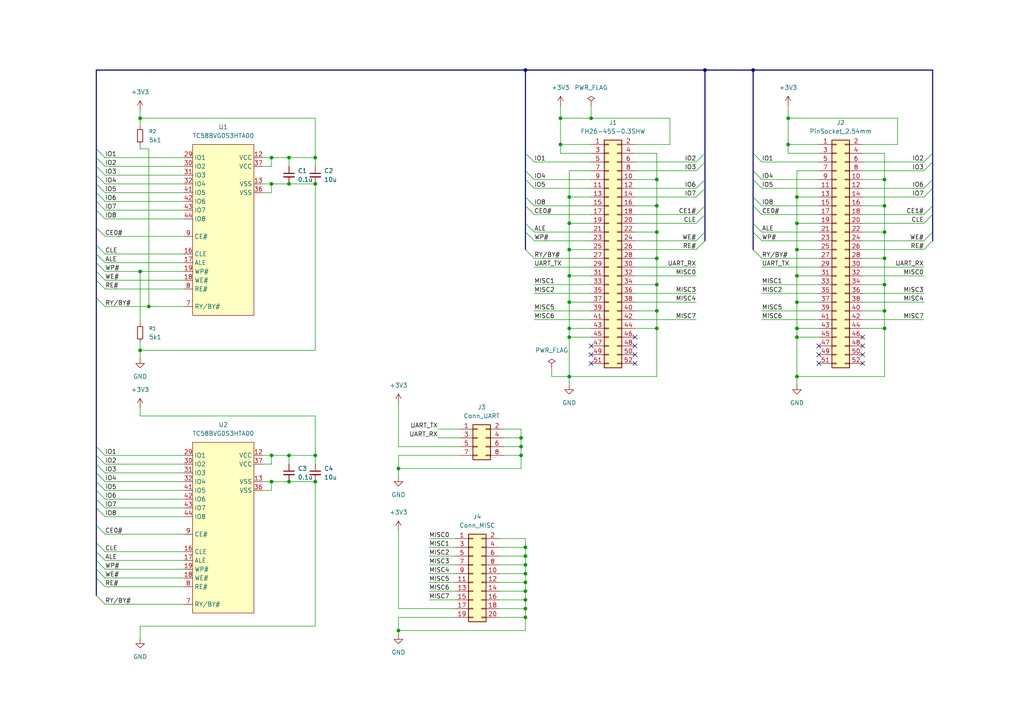
<source format=kicad_sch>
(kicad_sch (version 20250114) (generator "eeschema") (generator_version "9.0")
  (paper "A4")
  (title_block (title "nand-flash-eval") (date "2025-11-13") (rev "20251113") (company "wipeseals"))
  (lib_symbols
    (symbol "Connector_Generic:Conn_02x04_Odd_Even" (pin_names (offset 1.016) (hide yes))
      (property "Reference" "J" (at 1.27 5.08 0))
      (property "Value" "Conn_02x04_Odd_Even" (at 1.27 -7.62 0))
      (symbol "Conn_02x04_Odd_Even_1_1"
        (rectangle (start -1.27 3.81) (end 3.81 -6.35) (stroke (width 0.254)) (fill (type background)))
        (rectangle (start -1.27 2.667) (end 0 2.413) (stroke (width 0.1524)))
        (rectangle (start -1.27 0.127) (end 0 -0.127) (stroke (width 0.1524)))
        (rectangle (start -1.27 -2.413) (end 0 -2.667) (stroke (width 0.1524)))
        (rectangle (start -1.27 -4.953) (end 0 -5.207) (stroke (width 0.1524)))
        (rectangle (start 3.81 2.667) (end 2.54 2.413) (stroke (width 0.1524)))
        (rectangle (start 3.81 0.127) (end 2.54 -0.127) (stroke (width 0.1524)))
        (rectangle (start 3.81 -2.413) (end 2.54 -2.667) (stroke (width 0.1524)))
        (rectangle (start 3.81 -4.953) (end 2.54 -5.207) (stroke (width 0.1524)))
        (pin passive line (at -5.08 2.54 0) (length 3.81) (name "Pin_1") (number "1"))
        (pin passive line (at -5.08 0 0) (length 3.81) (name "Pin_3") (number "3"))
        (pin passive line (at -5.08 -2.54 0) (length 3.81) (name "Pin_5") (number "5"))
        (pin passive line (at -5.08 -5.08 0) (length 3.81) (name "Pin_7") (number "7"))
        (pin passive line (at 7.62 2.54 180) (length 3.81) (name "Pin_2") (number "2"))
        (pin passive line (at 7.62 0 180) (length 3.81) (name "Pin_4") (number "4"))
        (pin passive line (at 7.62 -2.54 180) (length 3.81) (name "Pin_6") (number "6"))
        (pin passive line (at 7.62 -5.08 180) (length 3.81) (name "Pin_8") (number "8"))
      )
    )
    (symbol "Connector_Generic:Conn_02x10_Odd_Even" (pin_names (offset 1.016) (hide yes))
      (property "Reference" "J" (at 1.27 12.7 0))
      (property "Value" "Conn_02x10_Odd_Even" (at 1.27 -15.24 0))
      (symbol "Conn_02x10_Odd_Even_1_1"
        (rectangle (start -1.27 11.43) (end 3.81 -13.97) (stroke (width 0.254)) (fill (type background)))
        (rectangle (start -1.27 10.287) (end 0 10.033) (stroke (width 0.1524)))
        (rectangle (start -1.27 7.747) (end 0 7.493) (stroke (width 0.1524)))
        (rectangle (start -1.27 5.207) (end 0 4.953) (stroke (width 0.1524)))
        (rectangle (start -1.27 2.667) (end 0 2.413) (stroke (width 0.1524)))
        (rectangle (start -1.27 0.127) (end 0 -0.127) (stroke (width 0.1524)))
        (rectangle (start -1.27 -2.413) (end 0 -2.667) (stroke (width 0.1524)))
        (rectangle (start -1.27 -4.953) (end 0 -5.207) (stroke (width 0.1524)))
        (rectangle (start -1.27 -7.493) (end 0 -7.747) (stroke (width 0.1524)))
        (rectangle (start -1.27 -10.033) (end 0 -10.287) (stroke (width 0.1524)))
        (rectangle (start -1.27 -12.573) (end 0 -12.827) (stroke (width 0.1524)))
        (rectangle (start 3.81 10.287) (end 2.54 10.033) (stroke (width 0.1524)))
        (rectangle (start 3.81 7.747) (end 2.54 7.493) (stroke (width 0.1524)))
        (rectangle (start 3.81 5.207) (end 2.54 4.953) (stroke (width 0.1524)))
        (rectangle (start 3.81 2.667) (end 2.54 2.413) (stroke (width 0.1524)))
        (rectangle (start 3.81 0.127) (end 2.54 -0.127) (stroke (width 0.1524)))
        (rectangle (start 3.81 -2.413) (end 2.54 -2.667) (stroke (width 0.1524)))
        (rectangle (start 3.81 -4.953) (end 2.54 -5.207) (stroke (width 0.1524)))
        (rectangle (start 3.81 -7.493) (end 2.54 -7.747) (stroke (width 0.1524)))
        (rectangle (start 3.81 -10.033) (end 2.54 -10.287) (stroke (width 0.1524)))
        (rectangle (start 3.81 -12.573) (end 2.54 -12.827) (stroke (width 0.1524)))
        (pin passive line (at -5.08 10.16 0) (length 3.81) (name "Pin_1") (number "1"))
        (pin passive line (at -5.08 7.62 0) (length 3.81) (name "Pin_3") (number "3"))
        (pin passive line (at -5.08 5.08 0) (length 3.81) (name "Pin_5") (number "5"))
        (pin passive line (at -5.08 2.54 0) (length 3.81) (name "Pin_7") (number "7"))
        (pin passive line (at -5.08 0 0) (length 3.81) (name "Pin_9") (number "9"))
        (pin passive line (at -5.08 -2.54 0) (length 3.81) (name "Pin_11") (number "11"))
        (pin passive line (at -5.08 -5.08 0) (length 3.81) (name "Pin_13") (number "13"))
        (pin passive line (at -5.08 -7.62 0) (length 3.81) (name "Pin_15") (number "15"))
        (pin passive line (at -5.08 -10.16 0) (length 3.81) (name "Pin_17") (number "17"))
        (pin passive line (at -5.08 -12.7 0) (length 3.81) (name "Pin_19") (number "19"))
        (pin passive line (at 7.62 10.16 180) (length 3.81) (name "Pin_2") (number "2"))
        (pin passive line (at 7.62 7.62 180) (length 3.81) (name "Pin_4") (number "4"))
        (pin passive line (at 7.62 5.08 180) (length 3.81) (name "Pin_6") (number "6"))
        (pin passive line (at 7.62 2.54 180) (length 3.81) (name "Pin_8") (number "8"))
        (pin passive line (at 7.62 0 180) (length 3.81) (name "Pin_10") (number "10"))
        (pin passive line (at 7.62 -2.54 180) (length 3.81) (name "Pin_12") (number "12"))
        (pin passive line (at 7.62 -5.08 180) (length 3.81) (name "Pin_14") (number "14"))
        (pin passive line (at 7.62 -7.62 180) (length 3.81) (name "Pin_16") (number "16"))
        (pin passive line (at 7.62 -10.16 180) (length 3.81) (name "Pin_18") (number "18"))
        (pin passive line (at 7.62 -12.7 180) (length 3.81) (name "Pin_20") (number "20"))
      )
    )
    (symbol "Connector_Generic:Conn_02x26_Odd_Even" (pin_names (offset 1.016) (hide yes))
      (property "Reference" "J" (at 1.27 33.02 0))
      (property "Value" "Conn_02x26_Odd_Even" (at 1.27 -35.56 0))
      (symbol "Conn_02x26_Odd_Even_1_1"
        (rectangle (start -1.27 31.75) (end 3.81 -34.29) (stroke (width 0.254)) (fill (type background)))
        (rectangle (start -1.27 30.607) (end 0 30.353) (stroke (width 0.1524)))
        (rectangle (start -1.27 28.067) (end 0 27.813) (stroke (width 0.1524)))
        (rectangle (start -1.27 25.527) (end 0 25.273) (stroke (width 0.1524)))
        (rectangle (start -1.27 22.987) (end 0 22.733) (stroke (width 0.1524)))
        (rectangle (start -1.27 20.447) (end 0 20.193) (stroke (width 0.1524)))
        (rectangle (start -1.27 17.907) (end 0 17.653) (stroke (width 0.1524)))
        (rectangle (start -1.27 15.367) (end 0 15.113) (stroke (width 0.1524)))
        (rectangle (start -1.27 12.827) (end 0 12.573) (stroke (width 0.1524)))
        (rectangle (start -1.27 10.287) (end 0 10.033) (stroke (width 0.1524)))
        (rectangle (start -1.27 7.747) (end 0 7.493) (stroke (width 0.1524)))
        (rectangle (start -1.27 5.207) (end 0 4.953) (stroke (width 0.1524)))
        (rectangle (start -1.27 2.667) (end 0 2.413) (stroke (width 0.1524)))
        (rectangle (start -1.27 0.127) (end 0 -0.127) (stroke (width 0.1524)))
        (rectangle (start -1.27 -2.413) (end 0 -2.667) (stroke (width 0.1524)))
        (rectangle (start -1.27 -4.953) (end 0 -5.207) (stroke (width 0.1524)))
        (rectangle (start -1.27 -7.493) (end 0 -7.747) (stroke (width 0.1524)))
        (rectangle (start -1.27 -10.033) (end 0 -10.287) (stroke (width 0.1524)))
        (rectangle (start -1.27 -12.573) (end 0 -12.827) (stroke (width 0.1524)))
        (rectangle (start -1.27 -15.113) (end 0 -15.367) (stroke (width 0.1524)))
        (rectangle (start -1.27 -17.653) (end 0 -17.907) (stroke (width 0.1524)))
        (rectangle (start -1.27 -20.193) (end 0 -20.447) (stroke (width 0.1524)))
        (rectangle (start -1.27 -22.733) (end 0 -22.987) (stroke (width 0.1524)))
        (rectangle (start -1.27 -25.273) (end 0 -25.527) (stroke (width 0.1524)))
        (rectangle (start -1.27 -27.813) (end 0 -28.067) (stroke (width 0.1524)))
        (rectangle (start -1.27 -30.353) (end 0 -30.607) (stroke (width 0.1524)))
        (rectangle (start -1.27 -32.893) (end 0 -33.147) (stroke (width 0.1524)))
        (rectangle (start 3.81 30.607) (end 2.54 30.353) (stroke (width 0.1524)))
        (rectangle (start 3.81 28.067) (end 2.54 27.813) (stroke (width 0.1524)))
        (rectangle (start 3.81 25.527) (end 2.54 25.273) (stroke (width 0.1524)))
        (rectangle (start 3.81 22.987) (end 2.54 22.733) (stroke (width 0.1524)))
        (rectangle (start 3.81 20.447) (end 2.54 20.193) (stroke (width 0.1524)))
        (rectangle (start 3.81 17.907) (end 2.54 17.653) (stroke (width 0.1524)))
        (rectangle (start 3.81 15.367) (end 2.54 15.113) (stroke (width 0.1524)))
        (rectangle (start 3.81 12.827) (end 2.54 12.573) (stroke (width 0.1524)))
        (rectangle (start 3.81 10.287) (end 2.54 10.033) (stroke (width 0.1524)))
        (rectangle (start 3.81 7.747) (end 2.54 7.493) (stroke (width 0.1524)))
        (rectangle (start 3.81 5.207) (end 2.54 4.953) (stroke (width 0.1524)))
        (rectangle (start 3.81 2.667) (end 2.54 2.413) (stroke (width 0.1524)))
        (rectangle (start 3.81 0.127) (end 2.54 -0.127) (stroke (width 0.1524)))
        (rectangle (start 3.81 -2.413) (end 2.54 -2.667) (stroke (width 0.1524)))
        (rectangle (start 3.81 -4.953) (end 2.54 -5.207) (stroke (width 0.1524)))
        (rectangle (start 3.81 -7.493) (end 2.54 -7.747) (stroke (width 0.1524)))
        (rectangle (start 3.81 -10.033) (end 2.54 -10.287) (stroke (width 0.1524)))
        (rectangle (start 3.81 -12.573) (end 2.54 -12.827) (stroke (width 0.1524)))
        (rectangle (start 3.81 -15.113) (end 2.54 -15.367) (stroke (width 0.1524)))
        (rectangle (start 3.81 -17.653) (end 2.54 -17.907) (stroke (width 0.1524)))
        (rectangle (start 3.81 -20.193) (end 2.54 -20.447) (stroke (width 0.1524)))
        (rectangle (start 3.81 -22.733) (end 2.54 -22.987) (stroke (width 0.1524)))
        (rectangle (start 3.81 -25.273) (end 2.54 -25.527) (stroke (width 0.1524)))
        (rectangle (start 3.81 -27.813) (end 2.54 -28.067) (stroke (width 0.1524)))
        (rectangle (start 3.81 -30.353) (end 2.54 -30.607) (stroke (width 0.1524)))
        (rectangle (start 3.81 -32.893) (end 2.54 -33.147) (stroke (width 0.1524)))
        (pin passive line (at -5.08 30.48 0) (length 3.81) (name "Pin_1") (number "1"))
        (pin passive line (at -5.08 27.94 0) (length 3.81) (name "Pin_3") (number "3"))
        (pin passive line (at -5.08 25.4 0) (length 3.81) (name "Pin_5") (number "5"))
        (pin passive line (at -5.08 22.86 0) (length 3.81) (name "Pin_7") (number "7"))
        (pin passive line (at -5.08 20.32 0) (length 3.81) (name "Pin_9") (number "9"))
        (pin passive line (at -5.08 17.78 0) (length 3.81) (name "Pin_11") (number "11"))
        (pin passive line (at -5.08 15.24 0) (length 3.81) (name "Pin_13") (number "13"))
        (pin passive line (at -5.08 12.7 0) (length 3.81) (name "Pin_15") (number "15"))
        (pin passive line (at -5.08 10.16 0) (length 3.81) (name "Pin_17") (number "17"))
        (pin passive line (at -5.08 7.62 0) (length 3.81) (name "Pin_19") (number "19"))
        (pin passive line (at -5.08 5.08 0) (length 3.81) (name "Pin_21") (number "21"))
        (pin passive line (at -5.08 2.54 0) (length 3.81) (name "Pin_23") (number "23"))
        (pin passive line (at -5.08 0 0) (length 3.81) (name "Pin_25") (number "25"))
        (pin passive line (at -5.08 -2.54 0) (length 3.81) (name "Pin_27") (number "27"))
        (pin passive line (at -5.08 -5.08 0) (length 3.81) (name "Pin_29") (number "29"))
        (pin passive line (at -5.08 -7.62 0) (length 3.81) (name "Pin_31") (number "31"))
        (pin passive line (at -5.08 -10.16 0) (length 3.81) (name "Pin_33") (number "33"))
        (pin passive line (at -5.08 -12.7 0) (length 3.81) (name "Pin_35") (number "35"))
        (pin passive line (at -5.08 -15.24 0) (length 3.81) (name "Pin_37") (number "37"))
        (pin passive line (at -5.08 -17.78 0) (length 3.81) (name "Pin_39") (number "39"))
        (pin passive line (at -5.08 -20.32 0) (length 3.81) (name "Pin_41") (number "41"))
        (pin passive line (at -5.08 -22.86 0) (length 3.81) (name "Pin_43") (number "43"))
        (pin passive line (at -5.08 -25.4 0) (length 3.81) (name "Pin_45") (number "45"))
        (pin passive line (at -5.08 -27.94 0) (length 3.81) (name "Pin_47") (number "47"))
        (pin passive line (at -5.08 -30.48 0) (length 3.81) (name "Pin_49") (number "49"))
        (pin passive line (at -5.08 -33.02 0) (length 3.81) (name "Pin_51") (number "51"))
        (pin passive line (at 7.62 30.48 180) (length 3.81) (name "Pin_2") (number "2"))
        (pin passive line (at 7.62 27.94 180) (length 3.81) (name "Pin_4") (number "4"))
        (pin passive line (at 7.62 25.4 180) (length 3.81) (name "Pin_6") (number "6"))
        (pin passive line (at 7.62 22.86 180) (length 3.81) (name "Pin_8") (number "8"))
        (pin passive line (at 7.62 20.32 180) (length 3.81) (name "Pin_10") (number "10"))
        (pin passive line (at 7.62 17.78 180) (length 3.81) (name "Pin_12") (number "12"))
        (pin passive line (at 7.62 15.24 180) (length 3.81) (name "Pin_14") (number "14"))
        (pin passive line (at 7.62 12.7 180) (length 3.81) (name "Pin_16") (number "16"))
        (pin passive line (at 7.62 10.16 180) (length 3.81) (name "Pin_18") (number "18"))
        (pin passive line (at 7.62 7.62 180) (length 3.81) (name "Pin_20") (number "20"))
        (pin passive line (at 7.62 5.08 180) (length 3.81) (name "Pin_22") (number "22"))
        (pin passive line (at 7.62 2.54 180) (length 3.81) (name "Pin_24") (number "24"))
        (pin passive line (at 7.62 0 180) (length 3.81) (name "Pin_26") (number "26"))
        (pin passive line (at 7.62 -2.54 180) (length 3.81) (name "Pin_28") (number "28"))
        (pin passive line (at 7.62 -5.08 180) (length 3.81) (name "Pin_30") (number "30"))
        (pin passive line (at 7.62 -7.62 180) (length 3.81) (name "Pin_32") (number "32"))
        (pin passive line (at 7.62 -10.16 180) (length 3.81) (name "Pin_34") (number "34"))
        (pin passive line (at 7.62 -12.7 180) (length 3.81) (name "Pin_36") (number "36"))
        (pin passive line (at 7.62 -15.24 180) (length 3.81) (name "Pin_38") (number "38"))
        (pin passive line (at 7.62 -17.78 180) (length 3.81) (name "Pin_40") (number "40"))
        (pin passive line (at 7.62 -20.32 180) (length 3.81) (name "Pin_42") (number "42"))
        (pin passive line (at 7.62 -22.86 180) (length 3.81) (name "Pin_44") (number "44"))
        (pin passive line (at 7.62 -25.4 180) (length 3.81) (name "Pin_46") (number "46"))
        (pin passive line (at 7.62 -27.94 180) (length 3.81) (name "Pin_48") (number "48"))
        (pin passive line (at 7.62 -30.48 180) (length 3.81) (name "Pin_50") (number "50"))
        (pin passive line (at 7.62 -33.02 180) (length 3.81) (name "Pin_52") (number "52"))
      )
    )
    (symbol "Device:C_Small" (pin_numbers (hide yes)) (pin_names (offset 0.254) (hide yes))
      (property "Reference" "C" (at 0.254 1.778 0))
      (property "Value" "C_Small" (at 0.254 -2.032 0))
      (symbol "C_Small_0_1"
        (polyline (pts (xy -1.524 0.508) (xy 1.524 0.508)) (stroke (width 0.3048)))
        (polyline (pts (xy -1.524 -0.508) (xy 1.524 -0.508)) (stroke (width 0.3302)))
      )
      (symbol "C_Small_1_1"
        (pin passive line (at 0 2.54 270) (length 2.032) (name "~") (number "1"))
        (pin passive line (at 0 -2.54 90) (length 2.032) (name "~") (number "2"))
      )
    )
    (symbol "Device:R_Small" (pin_numbers (hide yes)) (pin_names (offset 0.254) (hide yes))
      (property "Reference" "R" (at 0 0 90))
      (property "Value" "R_Small" (at 1.778 0 90))
      (symbol "R_Small_0_1"
        (rectangle (start -0.762 1.778) (end 0.762 -1.778) (stroke (width 0.2032)))
      )
      (symbol "R_Small_1_1"
        (pin passive line (at 0 2.54 270) (length 0.762) (name "~") (number "1"))
        (pin passive line (at 0 -2.54 90) (length 0.762) (name "~") (number "2"))
      )
    )
    (symbol "nand-flash-eval:TC58BVG0S3HTA00"
      (property "Reference" "U" (at 0.762 -1.524 0))
      (property "Value" "TC58BVG0S3HTA00" (at 9.144 50.8 0))
      (symbol "TC58BVG0S3HTA00_0_0"
        (pin bidirectional line (at -2.54 45.72 0) (length 2.54) (name "IO1") (number "29"))
        (pin bidirectional line (at -2.54 43.18 0) (length 2.54) (name "IO2") (number "30"))
        (pin bidirectional line (at -2.54 40.64 0) (length 2.54) (name "IO3") (number "31"))
        (pin bidirectional line (at -2.54 38.1 0) (length 2.54) (name "IO4") (number "32"))
        (pin bidirectional line (at -2.54 35.56 0) (length 2.54) (name "IO5") (number "41"))
        (pin bidirectional line (at -2.54 33.02 0) (length 2.54) (name "IO6") (number "42"))
        (pin bidirectional line (at -2.54 30.48 0) (length 2.54) (name "IO7") (number "43"))
        (pin bidirectional line (at -2.54 27.94 0) (length 2.54) (name "IO8") (number "44"))
        (pin input line (at -2.54 22.86 0) (length 2.54) (name "CE#") (number "9"))
        (pin input line (at -2.54 17.78 0) (length 2.54) (name "CLE") (number "16"))
        (pin input line (at -2.54 15.24 0) (length 2.54) (name "ALE") (number "17"))
        (pin input line (at -2.54 12.7 0) (length 2.54) (name "WP#") (number "19"))
        (pin input line (at -2.54 10.16 0) (length 2.54) (name "WE#") (number "18"))
        (pin input line (at -2.54 7.62 0) (length 2.54) (name "RE#") (number "8"))
        (pin power_in line (at 20.32 45.72 180) (length 2.54) (name "VCC") (number "12"))
        (pin power_in line (at 20.32 43.18 180) (length 2.54) (name "VCC") (number "37"))
        (pin passive line (at 20.32 38.1 180) (length 2.54) (name "VSS") (number "13"))
        (pin passive line (at 20.32 35.56 180) (length 2.54) (name "VSS") (number "36"))
      )
      (symbol "TC58BVG0S3HTA00_1_0"
        (pin open_collector line (at -2.54 2.54 0) (length 2.54) (name "RY/BY#") (number "7"))
      )
      (symbol "TC58BVG0S3HTA00_1_1"
        (rectangle (start 0 49.53) (end 17.78 0) (fill (type color) (color 255 255 194 1)))
      )
    )
    (symbol "power:+3V3" (power) (pin_numbers (hide yes)) (pin_names (offset 0) (hide yes))
      (property "Value" "+3V3" (at 0 3.556 0))
      (symbol "+3V3_0_1"
        (polyline (pts (xy -0.762 1.27) (xy 0 2.54)))
        (polyline (pts (xy 0 2.54) (xy 0.762 1.27)))
        (polyline (pts (xy 0 0) (xy 0 2.54)))
      )
      (symbol "+3V3_1_1"
        (pin power_in line (at 0 0 90) (length 0) (name "~") (number "1"))
      )
    )
    (symbol "power:GND" (power) (pin_numbers (hide yes)) (pin_names (offset 0) (hide yes))
      (property "Value" "GND" (at 0 -3.81 0))
      (symbol "GND_0_1"
        (polyline (pts (xy 0 0) (xy 0 -1.27) (xy 1.27 -1.27) (xy 0 -2.54) (xy -1.27 -1.27) (xy 0 -1.27)))
      )
      (symbol "GND_1_1"
        (pin power_in line (at 0 0 270) (length 0) (name "~") (number "1"))
      )
    )
    (symbol "power:PWR_FLAG" (power) (pin_numbers (hide yes)) (pin_names (offset 0) (hide yes))
      (property "Value" "PWR_FLAG" (at 0 3.81 0))
      (symbol "PWR_FLAG_0_0"
        (pin power_out line (at 0 0 90) (length 0) (name "~") (number "1"))
      )
      (symbol "PWR_FLAG_0_1"
        (polyline (pts (xy 0 0) (xy 0 1.27) (xy -1.016 1.905) (xy 0 2.54) (xy 1.016 1.905) (xy 0 1.27)))
      )
    )
  )
  (junction (at 152.4 163.83))
  (junction (at 91.44 45.72))
  (junction (at 40.64 78.74))
  (junction (at 256.54 52.07))
  (junction (at 228.6 41.91))
  (junction (at 190.5 59.69))
  (junction (at 165.1 57.15))
  (junction (at 171.45 34.29))
  (junction (at 256.54 95.25))
  (junction (at 83.82 139.7))
  (junction (at 256.54 90.17))
  (junction (at 40.64 34.29))
  (junction (at 78.74 132.08))
  (junction (at 231.14 95.25))
  (junction (at 83.82 53.34))
  (junction (at 256.54 59.69))
  (junction (at 231.14 109.22))
  (junction (at 256.54 74.93))
  (junction (at 152.4 20.32))
  (junction (at 152.4 176.53))
  (junction (at 165.1 72.39))
  (junction (at 83.82 45.72))
  (junction (at 190.5 90.17))
  (junction (at 190.5 82.55))
  (junction (at 78.74 53.34))
  (junction (at 162.56 34.29))
  (junction (at 91.44 132.08))
  (junction (at 231.14 57.15))
  (junction (at 152.4 168.91))
  (junction (at 256.54 82.55))
  (junction (at 190.5 52.07))
  (junction (at 151.13 129.54))
  (junction (at 190.5 95.25))
  (junction (at 190.5 67.31))
  (junction (at 43.18 88.9))
  (junction (at 231.14 64.77))
  (junction (at 115.57 135.89))
  (junction (at 152.4 161.29))
  (junction (at 256.54 67.31))
  (junction (at 231.14 80.01))
  (junction (at 228.6 34.29))
  (junction (at 115.57 182.88))
  (junction (at 83.82 132.08))
  (junction (at 165.1 64.77))
  (junction (at 231.14 97.79))
  (junction (at 152.4 173.99))
  (junction (at 91.44 139.7))
  (junction (at 204.47 20.32))
  (junction (at 165.1 80.01))
  (junction (at 165.1 95.25))
  (junction (at 165.1 97.79))
  (junction (at 151.13 132.08))
  (junction (at 152.4 158.75))
  (junction (at 91.44 53.34))
  (junction (at 231.14 72.39))
  (junction (at 78.74 45.72))
  (junction (at 231.14 87.63))
  (junction (at 190.5 74.93))
  (junction (at 165.1 109.22))
  (junction (at 152.4 179.07))
  (junction (at 152.4 171.45))
  (junction (at 218.44 20.32))
  (junction (at 40.64 101.6))
  (junction (at 165.1 87.63))
  (junction (at 152.4 166.37))
  (junction (at 78.74 139.7))
  (junction (at 162.56 41.91))
  (junction (at 151.13 127))
  (no_connect (at 250.19 97.79))
  (no_connect (at 171.45 100.33))
  (no_connect (at 184.15 105.41))
  (no_connect (at 171.45 105.41))
  (no_connect (at 171.45 102.87))
  (no_connect (at 184.15 102.87))
  (no_connect (at 184.15 100.33))
  (no_connect (at 250.19 100.33))
  (no_connect (at 184.15 97.79))
  (no_connect (at 237.49 100.33))
  (no_connect (at 250.19 102.87))
  (no_connect (at 250.19 105.41))
  (no_connect (at 237.49 102.87))
  (no_connect (at 237.49 105.41))
  (bus_entry (at 220.98 74.93) (size -2.54 -2.54))
  (bus_entry (at 204.47 59.69) (size -2.54 2.54))
  (bus_entry (at 204.47 44.45) (size -2.54 2.54))
  (bus_entry (at 270.51 54.61) (size -2.54 2.54))
  (bus_entry (at 27.94 129.54) (size 2.54 2.54))
  (bus_entry (at 27.94 53.34) (size 2.54 2.54))
  (bus_entry (at 204.47 69.85) (size -2.54 2.54))
  (bus_entry (at 270.51 69.85) (size -2.54 2.54))
  (bus_entry (at 270.51 67.31) (size -2.54 2.54))
  (bus_entry (at 154.94 46.99) (size -2.54 -2.54))
  (bus_entry (at 27.94 160.02) (size 2.54 2.54))
  (bus_entry (at 204.47 52.07) (size -2.54 2.54))
  (bus_entry (at 204.47 54.61) (size -2.54 2.54))
  (bus_entry (at 220.98 59.69) (size -2.54 -2.54))
  (bus_entry (at 220.98 62.23) (size -2.54 -2.54))
  (bus_entry (at 204.47 46.99) (size -2.54 2.54))
  (bus_entry (at 27.94 81.28) (size 2.54 2.54))
  (bus_entry (at 27.94 71.12) (size 2.54 2.54))
  (bus_entry (at 27.94 66.04) (size 2.54 2.54))
  (bus_entry (at 27.94 152.4) (size 2.54 2.54))
  (bus_entry (at 270.51 46.99) (size -2.54 2.54))
  (bus_entry (at 154.94 67.31) (size -2.54 -2.54))
  (bus_entry (at 220.98 54.61) (size -2.54 -2.54))
  (bus_entry (at 220.98 52.07) (size -2.54 -2.54))
  (bus_entry (at 270.51 44.45) (size -2.54 2.54))
  (bus_entry (at 204.47 62.23) (size -2.54 2.54))
  (bus_entry (at 27.94 60.96) (size 2.54 2.54))
  (bus_entry (at 27.94 157.48) (size 2.54 2.54))
  (bus_entry (at 27.94 58.42) (size 2.54 2.54))
  (bus_entry (at 204.47 67.31) (size -2.54 2.54))
  (bus_entry (at 27.94 132.08) (size 2.54 2.54))
  (bus_entry (at 154.94 74.93) (size -2.54 -2.54))
  (bus_entry (at 27.94 55.88) (size 2.54 2.54))
  (bus_entry (at 27.94 139.7) (size 2.54 2.54))
  (bus_entry (at 270.51 52.07) (size -2.54 2.54))
  (bus_entry (at 220.98 46.99) (size -2.54 -2.54))
  (bus_entry (at 27.94 76.2) (size 2.54 2.54))
  (bus_entry (at 27.94 134.62) (size 2.54 2.54))
  (bus_entry (at 27.94 50.8) (size 2.54 2.54))
  (bus_entry (at 27.94 137.16) (size 2.54 2.54))
  (bus_entry (at 27.94 165.1) (size 2.54 2.54))
  (bus_entry (at 27.94 43.18) (size 2.54 2.54))
  (bus_entry (at 27.94 78.74) (size 2.54 2.54))
  (bus_entry (at 27.94 167.64) (size 2.54 2.54))
  (bus_entry (at 27.94 147.32) (size 2.54 2.54))
  (bus_entry (at 27.94 144.78) (size 2.54 2.54))
  (bus_entry (at 154.94 59.69) (size -2.54 -2.54))
  (bus_entry (at 27.94 45.72) (size 2.54 2.54))
  (bus_entry (at 27.94 48.26) (size 2.54 2.54))
  (bus_entry (at 220.98 69.85) (size -2.54 -2.54))
  (bus_entry (at 27.94 162.56) (size 2.54 2.54))
  (bus_entry (at 27.94 172.72) (size 2.54 2.54))
  (bus_entry (at 27.94 86.36) (size 2.54 2.54))
  (bus_entry (at 27.94 142.24) (size 2.54 2.54))
  (bus_entry (at 270.51 62.23) (size -2.54 2.54))
  (bus_entry (at 154.94 52.07) (size -2.54 -2.54))
  (bus_entry (at 154.94 62.23) (size -2.54 -2.54))
  (bus_entry (at 154.94 54.61) (size -2.54 -2.54))
  (bus_entry (at 270.51 59.69) (size -2.54 2.54))
  (bus_entry (at 27.94 73.66) (size 2.54 2.54))
  (bus_entry (at 220.98 67.31) (size -2.54 -2.54))
  (bus_entry (at 154.94 69.85) (size -2.54 -2.54))
  (wire (pts (xy 184.15 52.07) (xy 190.5 52.07)))
  (wire (pts (xy 151.13 124.46) (xy 146.05 124.46)))
  (wire (pts (xy 154.94 67.31) (xy 171.45 67.31)))
  (wire (pts (xy 162.56 41.91) (xy 171.45 41.91)))
  (wire (pts (xy 154.94 59.69) (xy 171.45 59.69)))
  (wire (pts (xy 220.98 82.55) (xy 237.49 82.55)))
  (bus (pts (xy 27.94 60.96) (xy 27.94 66.04)))
  (bus (pts (xy 27.94 81.28) (xy 27.94 86.36)))
  (wire (pts (xy 250.19 59.69) (xy 256.54 59.69)))
  (wire (pts (xy 30.48 165.1) (xy 53.34 165.1)))
  (wire (pts (xy 165.1 109.22) (xy 165.1 111.76)))
  (wire (pts (xy 171.45 49.53) (xy 165.1 49.53)))
  (wire (pts (xy 250.19 74.93) (xy 256.54 74.93)))
  (wire (pts (xy 30.48 81.28) (xy 53.34 81.28)))
  (bus (pts (xy 218.44 57.15) (xy 218.44 52.07)))
  (wire (pts (xy 184.15 92.71) (xy 201.93 92.71)))
  (bus (pts (xy 27.94 43.18) (xy 27.94 20.32)))
  (wire (pts (xy 160.02 109.22) (xy 165.1 109.22)))
  (wire (pts (xy 162.56 44.45) (xy 171.45 44.45)))
  (wire (pts (xy 154.94 74.93) (xy 171.45 74.93)))
  (wire (pts (xy 30.48 73.66) (xy 53.34 73.66)))
  (wire (pts (xy 83.82 132.08) (xy 83.82 134.62)))
  (wire (pts (xy 154.94 82.55) (xy 171.45 82.55)))
  (wire (pts (xy 184.15 69.85) (xy 201.93 69.85)))
  (wire (pts (xy 78.74 132.08) (xy 83.82 132.08)))
  (wire (pts (xy 231.14 80.01) (xy 237.49 80.01)))
  (wire (pts (xy 228.6 44.45) (xy 237.49 44.45)))
  (wire (pts (xy 250.19 87.63) (xy 267.97 87.63)))
  (wire (pts (xy 154.94 62.23) (xy 171.45 62.23)))
  (wire (pts (xy 162.56 34.29) (xy 162.56 41.91)))
  (wire (pts (xy 76.2 53.34) (xy 78.74 53.34)))
  (wire (pts (xy 30.48 53.34) (xy 53.34 53.34)))
  (wire (pts (xy 190.5 44.45) (xy 190.5 52.07)))
  (wire (pts (xy 160.02 106.68) (xy 160.02 109.22)))
  (bus (pts (xy 27.94 71.12) (xy 27.94 73.66)))
  (wire (pts (xy 190.5 52.07) (xy 190.5 59.69)))
  (wire (pts (xy 146.05 132.08) (xy 151.13 132.08)))
  (wire (pts (xy 231.14 95.25) (xy 231.14 97.79)))
  (wire (pts (xy 250.19 52.07) (xy 256.54 52.07)))
  (wire (pts (xy 165.1 95.25) (xy 165.1 97.79)))
  (wire (pts (xy 152.4 163.83) (xy 152.4 161.29)))
  (wire (pts (xy 220.98 77.47) (xy 237.49 77.47)))
  (bus (pts (xy 270.51 46.99) (xy 270.51 52.07)))
  (wire (pts (xy 30.48 63.5) (xy 53.34 63.5)))
  (wire (pts (xy 154.94 85.09) (xy 171.45 85.09)))
  (wire (pts (xy 115.57 132.08) (xy 133.35 132.08)))
  (wire (pts (xy 91.44 120.65) (xy 40.64 120.65)))
  (bus (pts (xy 152.4 44.45) (xy 152.4 20.32)))
  (wire (pts (xy 184.15 62.23) (xy 201.93 62.23)))
  (wire (pts (xy 184.15 77.47) (xy 201.93 77.47)))
  (wire (pts (xy 40.64 181.61) (xy 40.64 185.42)))
  (wire (pts (xy 76.2 55.88) (xy 78.74 55.88)))
  (wire (pts (xy 184.15 90.17) (xy 190.5 90.17)))
  (wire (pts (xy 190.5 67.31) (xy 190.5 74.93)))
  (wire (pts (xy 231.14 87.63) (xy 237.49 87.63)))
  (wire (pts (xy 30.48 88.9) (xy 43.18 88.9)))
  (wire (pts (xy 220.98 85.09) (xy 237.49 85.09)))
  (bus (pts (xy 27.94 48.26) (xy 27.94 50.8)))
  (wire (pts (xy 91.44 181.61) (xy 40.64 181.61)))
  (wire (pts (xy 124.46 158.75) (xy 132.08 158.75)))
  (wire (pts (xy 231.14 95.25) (xy 237.49 95.25)))
  (wire (pts (xy 162.56 41.91) (xy 162.56 44.45)))
  (wire (pts (xy 152.4 156.21) (xy 144.78 156.21)))
  (wire (pts (xy 146.05 127) (xy 151.13 127)))
  (wire (pts (xy 250.19 95.25) (xy 256.54 95.25)))
  (wire (pts (xy 144.78 161.29) (xy 152.4 161.29)))
  (bus (pts (xy 218.44 52.07) (xy 218.44 49.53)))
  (wire (pts (xy 231.14 57.15) (xy 231.14 64.77)))
  (wire (pts (xy 115.57 153.67) (xy 115.57 176.53)))
  (wire (pts (xy 250.19 80.01) (xy 267.97 80.01)))
  (wire (pts (xy 152.4 168.91) (xy 152.4 166.37)))
  (wire (pts (xy 231.14 64.77) (xy 237.49 64.77)))
  (wire (pts (xy 30.48 132.08) (xy 53.34 132.08)))
  (wire (pts (xy 220.98 62.23) (xy 237.49 62.23)))
  (wire (pts (xy 76.2 139.7) (xy 78.74 139.7)))
  (wire (pts (xy 220.98 67.31) (xy 237.49 67.31)))
  (wire (pts (xy 231.14 49.53) (xy 231.14 57.15)))
  (bus (pts (xy 270.51 54.61) (xy 270.51 59.69)))
  (wire (pts (xy 91.44 34.29) (xy 40.64 34.29)))
  (wire (pts (xy 228.6 41.91) (xy 228.6 44.45)))
  (wire (pts (xy 30.48 144.78) (xy 53.34 144.78)))
  (wire (pts (xy 76.2 142.24) (xy 78.74 142.24)))
  (wire (pts (xy 115.57 182.88) (xy 152.4 182.88)))
  (bus (pts (xy 270.51 44.45) (xy 270.51 46.99)))
  (bus (pts (xy 204.47 52.07) (xy 204.47 54.61)))
  (wire (pts (xy 256.54 109.22) (xy 231.14 109.22)))
  (wire (pts (xy 154.94 52.07) (xy 171.45 52.07)))
  (bus (pts (xy 27.94 45.72) (xy 27.94 43.18)))
  (wire (pts (xy 231.14 80.01) (xy 231.14 87.63)))
  (bus (pts (xy 270.51 67.31) (xy 270.51 69.85)))
  (wire (pts (xy 124.46 161.29) (xy 132.08 161.29)))
  (wire (pts (xy 30.48 162.56) (xy 53.34 162.56)))
  (wire (pts (xy 237.49 49.53) (xy 231.14 49.53)))
  (wire (pts (xy 250.19 54.61) (xy 267.97 54.61)))
  (wire (pts (xy 228.6 41.91) (xy 237.49 41.91)))
  (wire (pts (xy 220.98 52.07) (xy 237.49 52.07)))
  (wire (pts (xy 165.1 80.01) (xy 171.45 80.01)))
  (wire (pts (xy 231.14 72.39) (xy 237.49 72.39)))
  (bus (pts (xy 270.51 20.32) (xy 270.51 44.45)))
  (wire (pts (xy 76.2 134.62) (xy 78.74 134.62)))
  (wire (pts (xy 190.5 109.22) (xy 165.1 109.22)))
  (wire (pts (xy 30.48 134.62) (xy 53.34 134.62)))
  (bus (pts (xy 204.47 54.61) (xy 204.47 59.69)))
  (wire (pts (xy 250.19 49.53) (xy 267.97 49.53)))
  (wire (pts (xy 40.64 78.74) (xy 40.64 93.98)))
  (wire (pts (xy 165.1 72.39) (xy 165.1 80.01)))
  (wire (pts (xy 83.82 53.34) (xy 91.44 53.34)))
  (bus (pts (xy 204.47 67.31) (xy 204.47 69.85)))
  (wire (pts (xy 256.54 44.45) (xy 256.54 52.07)))
  (wire (pts (xy 256.54 52.07) (xy 256.54 59.69)))
  (wire (pts (xy 165.1 95.25) (xy 171.45 95.25)))
  (wire (pts (xy 78.74 139.7) (xy 83.82 139.7)))
  (wire (pts (xy 78.74 142.24) (xy 78.74 139.7)))
  (bus (pts (xy 218.44 67.31) (xy 218.44 64.77)))
  (wire (pts (xy 83.82 45.72) (xy 91.44 45.72)))
  (wire (pts (xy 256.54 95.25) (xy 256.54 109.22)))
  (wire (pts (xy 152.4 158.75) (xy 152.4 156.21)))
  (wire (pts (xy 231.14 72.39) (xy 231.14 80.01)))
  (bus (pts (xy 218.44 72.39) (xy 218.44 67.31)))
  (wire (pts (xy 40.64 34.29) (xy 40.64 36.83)))
  (wire (pts (xy 144.78 179.07) (xy 152.4 179.07)))
  (bus (pts (xy 204.47 20.32) (xy 204.47 44.45)))
  (wire (pts (xy 165.1 57.15) (xy 171.45 57.15)))
  (wire (pts (xy 127 124.46) (xy 133.35 124.46)))
  (wire (pts (xy 250.19 44.45) (xy 256.54 44.45)))
  (wire (pts (xy 184.15 44.45) (xy 190.5 44.45)))
  (wire (pts (xy 152.4 179.07) (xy 152.4 176.53)))
  (wire (pts (xy 184.15 59.69) (xy 190.5 59.69)))
  (bus (pts (xy 152.4 67.31) (xy 152.4 64.77)))
  (wire (pts (xy 144.78 168.91) (xy 152.4 168.91)))
  (wire (pts (xy 115.57 176.53) (xy 132.08 176.53)))
  (wire (pts (xy 152.4 166.37) (xy 152.4 163.83)))
  (wire (pts (xy 250.19 69.85) (xy 267.97 69.85)))
  (wire (pts (xy 184.15 85.09) (xy 201.93 85.09)))
  (wire (pts (xy 154.94 77.47) (xy 171.45 77.47)))
  (bus (pts (xy 27.94 66.04) (xy 27.94 71.12)))
  (wire (pts (xy 40.64 78.74) (xy 53.34 78.74)))
  (wire (pts (xy 124.46 168.91) (xy 132.08 168.91)))
  (wire (pts (xy 151.13 127) (xy 151.13 124.46)))
  (wire (pts (xy 30.48 78.74) (xy 40.64 78.74)))
  (wire (pts (xy 171.45 34.29) (xy 194.31 34.29)))
  (wire (pts (xy 76.2 45.72) (xy 78.74 45.72)))
  (wire (pts (xy 184.15 72.39) (xy 201.93 72.39)))
  (wire (pts (xy 30.48 160.02) (xy 53.34 160.02)))
  (wire (pts (xy 78.74 45.72) (xy 78.74 48.26)))
  (wire (pts (xy 91.44 101.6) (xy 40.64 101.6)))
  (wire (pts (xy 250.19 85.09) (xy 267.97 85.09)))
  (wire (pts (xy 194.31 34.29) (xy 194.31 41.91)))
  (wire (pts (xy 154.94 92.71) (xy 171.45 92.71)))
  (bus (pts (xy 218.44 20.32) (xy 270.51 20.32)))
  (bus (pts (xy 27.94 162.56) (xy 27.94 165.1)))
  (bus (pts (xy 270.51 52.07) (xy 270.51 54.61)))
  (wire (pts (xy 78.74 45.72) (xy 83.82 45.72)))
  (wire (pts (xy 40.64 118.11) (xy 40.64 120.65)))
  (bus (pts (xy 27.94 142.24) (xy 27.94 144.78)))
  (wire (pts (xy 231.14 87.63) (xy 231.14 95.25)))
  (wire (pts (xy 190.5 82.55) (xy 190.5 90.17)))
  (wire (pts (xy 124.46 156.21) (xy 132.08 156.21)))
  (wire (pts (xy 40.64 31.75) (xy 40.64 34.29)))
  (wire (pts (xy 154.94 54.61) (xy 171.45 54.61)))
  (wire (pts (xy 260.35 34.29) (xy 260.35 41.91)))
  (bus (pts (xy 152.4 20.32) (xy 204.47 20.32)))
  (wire (pts (xy 250.19 90.17) (xy 256.54 90.17)))
  (bus (pts (xy 270.51 62.23) (xy 270.51 67.31)))
  (wire (pts (xy 115.57 179.07) (xy 115.57 182.88)))
  (wire (pts (xy 171.45 30.48) (xy 171.45 34.29)))
  (wire (pts (xy 144.78 171.45) (xy 152.4 171.45)))
  (bus (pts (xy 27.94 76.2) (xy 27.94 78.74)))
  (bus (pts (xy 27.94 53.34) (xy 27.94 55.88)))
  (wire (pts (xy 76.2 132.08) (xy 78.74 132.08)))
  (wire (pts (xy 115.57 132.08) (xy 115.57 135.89)))
  (wire (pts (xy 115.57 182.88) (xy 115.57 184.15)))
  (bus (pts (xy 27.94 165.1) (xy 27.94 167.64)))
  (wire (pts (xy 30.48 55.88) (xy 53.34 55.88)))
  (wire (pts (xy 127 127) (xy 133.35 127)))
  (bus (pts (xy 27.94 58.42) (xy 27.94 60.96)))
  (wire (pts (xy 165.1 64.77) (xy 171.45 64.77)))
  (wire (pts (xy 144.78 158.75) (xy 152.4 158.75)))
  (bus (pts (xy 204.47 46.99) (xy 204.47 52.07)))
  (wire (pts (xy 184.15 74.93) (xy 190.5 74.93)))
  (wire (pts (xy 165.1 87.63) (xy 165.1 95.25)))
  (wire (pts (xy 30.48 139.7) (xy 53.34 139.7)))
  (wire (pts (xy 115.57 116.84) (xy 115.57 129.54)))
  (wire (pts (xy 91.44 132.08) (xy 91.44 134.62)))
  (wire (pts (xy 256.54 82.55) (xy 256.54 90.17)))
  (bus (pts (xy 27.94 157.48) (xy 27.94 160.02)))
  (wire (pts (xy 152.4 182.88) (xy 152.4 179.07)))
  (wire (pts (xy 162.56 34.29) (xy 171.45 34.29)))
  (bus (pts (xy 27.94 129.54) (xy 27.94 132.08)))
  (wire (pts (xy 184.15 64.77) (xy 201.93 64.77)))
  (wire (pts (xy 184.15 49.53) (xy 201.93 49.53)))
  (wire (pts (xy 190.5 90.17) (xy 190.5 95.25)))
  (wire (pts (xy 144.78 166.37) (xy 152.4 166.37)))
  (wire (pts (xy 30.48 83.82) (xy 53.34 83.82)))
  (wire (pts (xy 250.19 57.15) (xy 267.97 57.15)))
  (bus (pts (xy 27.94 55.88) (xy 27.94 58.42)))
  (wire (pts (xy 115.57 135.89) (xy 151.13 135.89)))
  (wire (pts (xy 132.08 179.07) (xy 115.57 179.07)))
  (wire (pts (xy 144.78 163.83) (xy 152.4 163.83)))
  (bus (pts (xy 218.44 64.77) (xy 218.44 59.69)))
  (wire (pts (xy 78.74 55.88) (xy 78.74 53.34)))
  (wire (pts (xy 30.48 170.18) (xy 53.34 170.18)))
  (wire (pts (xy 184.15 80.01) (xy 201.93 80.01)))
  (wire (pts (xy 250.19 72.39) (xy 267.97 72.39)))
  (wire (pts (xy 30.48 142.24) (xy 53.34 142.24)))
  (wire (pts (xy 184.15 82.55) (xy 190.5 82.55)))
  (bus (pts (xy 27.94 73.66) (xy 27.94 76.2)))
  (bus (pts (xy 152.4 72.39) (xy 152.4 67.31)))
  (wire (pts (xy 43.18 88.9) (xy 53.34 88.9)))
  (wire (pts (xy 162.56 30.48) (xy 162.56 34.29)))
  (bus (pts (xy 27.94 132.08) (xy 27.94 134.62)))
  (bus (pts (xy 27.94 45.72) (xy 27.94 48.26)))
  (wire (pts (xy 220.98 92.71) (xy 237.49 92.71)))
  (wire (pts (xy 83.82 132.08) (xy 91.44 132.08)))
  (wire (pts (xy 165.1 97.79) (xy 171.45 97.79)))
  (bus (pts (xy 218.44 59.69) (xy 218.44 57.15)))
  (wire (pts (xy 165.1 80.01) (xy 165.1 87.63)))
  (wire (pts (xy 250.19 64.77) (xy 267.97 64.77)))
  (wire (pts (xy 124.46 163.83) (xy 132.08 163.83)))
  (wire (pts (xy 165.1 87.63) (xy 171.45 87.63)))
  (bus (pts (xy 204.47 20.32) (xy 218.44 20.32)))
  (wire (pts (xy 165.1 57.15) (xy 165.1 64.77)))
  (wire (pts (xy 184.15 95.25) (xy 190.5 95.25)))
  (wire (pts (xy 220.98 59.69) (xy 237.49 59.69)))
  (wire (pts (xy 250.19 62.23) (xy 267.97 62.23)))
  (wire (pts (xy 184.15 54.61) (xy 201.93 54.61)))
  (bus (pts (xy 27.94 139.7) (xy 27.94 142.24)))
  (wire (pts (xy 231.14 109.22) (xy 231.14 111.76)))
  (wire (pts (xy 146.05 129.54) (xy 151.13 129.54)))
  (bus (pts (xy 27.94 137.16) (xy 27.94 139.7)))
  (wire (pts (xy 30.48 68.58) (xy 53.34 68.58)))
  (bus (pts (xy 27.94 147.32) (xy 27.94 152.4)))
  (wire (pts (xy 40.64 99.06) (xy 40.64 101.6)))
  (wire (pts (xy 151.13 132.08) (xy 151.13 129.54)))
  (wire (pts (xy 78.74 53.34) (xy 83.82 53.34)))
  (wire (pts (xy 228.6 34.29) (xy 260.35 34.29)))
  (wire (pts (xy 30.48 45.72) (xy 53.34 45.72)))
  (wire (pts (xy 165.1 64.77) (xy 165.1 72.39)))
  (wire (pts (xy 144.78 176.53) (xy 152.4 176.53)))
  (wire (pts (xy 78.74 48.26) (xy 76.2 48.26)))
  (wire (pts (xy 43.18 88.9) (xy 43.18 43.18)))
  (wire (pts (xy 220.98 46.99) (xy 237.49 46.99)))
  (wire (pts (xy 91.44 132.08) (xy 91.44 120.65)))
  (wire (pts (xy 152.4 161.29) (xy 152.4 158.75)))
  (wire (pts (xy 250.19 82.55) (xy 256.54 82.55)))
  (wire (pts (xy 115.57 135.89) (xy 115.57 138.43)))
  (wire (pts (xy 250.19 92.71) (xy 267.97 92.71)))
  (wire (pts (xy 220.98 74.93) (xy 237.49 74.93)))
  (wire (pts (xy 124.46 171.45) (xy 132.08 171.45)))
  (wire (pts (xy 30.48 149.86) (xy 53.34 149.86)))
  (wire (pts (xy 256.54 59.69) (xy 256.54 67.31)))
  (wire (pts (xy 256.54 90.17) (xy 256.54 95.25)))
  (bus (pts (xy 218.44 44.45) (xy 218.44 20.32)))
  (wire (pts (xy 220.98 69.85) (xy 237.49 69.85)))
  (wire (pts (xy 30.48 60.96) (xy 53.34 60.96)))
  (bus (pts (xy 27.94 78.74) (xy 27.94 81.28)))
  (wire (pts (xy 250.19 46.99) (xy 267.97 46.99)))
  (bus (pts (xy 27.94 160.02) (xy 27.94 162.56)))
  (wire (pts (xy 124.46 173.99) (xy 132.08 173.99)))
  (wire (pts (xy 40.64 101.6) (xy 40.64 104.14)))
  (wire (pts (xy 154.94 90.17) (xy 171.45 90.17)))
  (wire (pts (xy 228.6 30.48) (xy 228.6 34.29)))
  (wire (pts (xy 165.1 97.79) (xy 165.1 109.22)))
  (wire (pts (xy 30.48 58.42) (xy 53.34 58.42)))
  (wire (pts (xy 124.46 166.37) (xy 132.08 166.37)))
  (wire (pts (xy 152.4 176.53) (xy 152.4 173.99)))
  (wire (pts (xy 30.48 175.26) (xy 53.34 175.26)))
  (wire (pts (xy 190.5 95.25) (xy 190.5 109.22)))
  (wire (pts (xy 231.14 97.79) (xy 231.14 109.22)))
  (wire (pts (xy 184.15 87.63) (xy 201.93 87.63)))
  (bus (pts (xy 27.94 20.32) (xy 152.4 20.32)))
  (bus (pts (xy 152.4 64.77) (xy 152.4 59.69)))
  (wire (pts (xy 220.98 90.17) (xy 237.49 90.17)))
  (wire (pts (xy 190.5 74.93) (xy 190.5 82.55)))
  (wire (pts (xy 154.94 69.85) (xy 171.45 69.85)))
  (bus (pts (xy 204.47 59.69) (xy 204.47 62.23)))
  (bus (pts (xy 27.94 167.64) (xy 27.94 172.72)))
  (bus (pts (xy 152.4 49.53) (xy 152.4 44.45)))
  (wire (pts (xy 165.1 72.39) (xy 171.45 72.39)))
  (wire (pts (xy 151.13 135.89) (xy 151.13 132.08)))
  (wire (pts (xy 30.48 147.32) (xy 53.34 147.32)))
  (wire (pts (xy 30.48 50.8) (xy 53.34 50.8)))
  (wire (pts (xy 184.15 46.99) (xy 201.93 46.99)))
  (wire (pts (xy 30.48 137.16) (xy 53.34 137.16)))
  (wire (pts (xy 184.15 67.31) (xy 190.5 67.31)))
  (bus (pts (xy 27.94 144.78) (xy 27.94 147.32)))
  (wire (pts (xy 91.44 45.72) (xy 91.44 34.29)))
  (wire (pts (xy 83.82 45.72) (xy 83.82 48.26)))
  (wire (pts (xy 165.1 49.53) (xy 165.1 57.15)))
  (wire (pts (xy 152.4 171.45) (xy 152.4 168.91)))
  (bus (pts (xy 152.4 59.69) (xy 152.4 57.15)))
  (wire (pts (xy 30.48 167.64) (xy 53.34 167.64)))
  (wire (pts (xy 250.19 67.31) (xy 256.54 67.31)))
  (wire (pts (xy 83.82 139.7) (xy 91.44 139.7)))
  (bus (pts (xy 204.47 44.45) (xy 204.47 46.99)))
  (wire (pts (xy 91.44 139.7) (xy 91.44 181.61)))
  (wire (pts (xy 190.5 59.69) (xy 190.5 67.31)))
  (wire (pts (xy 30.48 154.94) (xy 53.34 154.94)))
  (wire (pts (xy 228.6 34.29) (xy 228.6 41.91)))
  (bus (pts (xy 270.51 59.69) (xy 270.51 62.23)))
  (wire (pts (xy 91.44 45.72) (xy 91.44 48.26)))
  (wire (pts (xy 91.44 53.34) (xy 91.44 101.6)))
  (bus (pts (xy 27.94 152.4) (xy 27.94 157.48)))
  (wire (pts (xy 43.18 43.18) (xy 40.64 43.18)))
  (wire (pts (xy 260.35 41.91) (xy 250.19 41.91)))
  (wire (pts (xy 231.14 64.77) (xy 231.14 72.39)))
  (wire (pts (xy 256.54 74.93) (xy 256.54 82.55)))
  (wire (pts (xy 40.64 43.18) (xy 40.64 41.91)))
  (wire (pts (xy 115.57 129.54) (xy 133.35 129.54)))
  (wire (pts (xy 78.74 134.62) (xy 78.74 132.08)))
  (bus (pts (xy 27.94 50.8) (xy 27.94 53.34)))
  (wire (pts (xy 250.19 77.47) (xy 267.97 77.47)))
  (bus (pts (xy 27.94 86.36) (xy 27.94 129.54)))
  (wire (pts (xy 194.31 41.91) (xy 184.15 41.91)))
  (wire (pts (xy 154.94 46.99) (xy 171.45 46.99)))
  (wire (pts (xy 144.78 173.99) (xy 152.4 173.99)))
  (wire (pts (xy 152.4 173.99) (xy 152.4 171.45)))
  (wire (pts (xy 30.48 48.26) (xy 53.34 48.26)))
  (bus (pts (xy 27.94 134.62) (xy 27.94 137.16)))
  (wire (pts (xy 220.98 54.61) (xy 237.49 54.61)))
  (wire (pts (xy 151.13 129.54) (xy 151.13 127)))
  (wire (pts (xy 231.14 57.15) (xy 237.49 57.15)))
  (wire (pts (xy 231.14 97.79) (xy 237.49 97.79)))
  (bus (pts (xy 218.44 49.53) (xy 218.44 44.45)))
  (wire (pts (xy 30.48 76.2) (xy 53.34 76.2)))
  (wire (pts (xy 184.15 57.15) (xy 201.93 57.15)))
  (wire (pts (xy 256.54 67.31) (xy 256.54 74.93)))
  (bus (pts (xy 204.47 62.23) (xy 204.47 67.31)))
  (bus (pts (xy 152.4 52.07) (xy 152.4 49.53)))
  (bus (pts (xy 152.4 57.15) (xy 152.4 52.07)))
  (label "MISC1" (at 154.94 82.55 0))
  (label "IO7" (at 30.48 147.32 0))
  (label "UART_RX" (at 267.97 77.47 180))
  (label "MISC0" (at 201.93 80.01 180))
  (label "MISC5" (at 154.94 90.17 0))
  (label "IO3" (at 30.48 137.16 0))
  (label "MISC2" (at 220.98 85.09 0))
  (label "CE1#" (at 201.93 62.23 180))
  (label "IO5" (at 220.98 54.61 0))
  (label "MISC0" (at 267.97 80.01 180))
  (label "IO8" (at 30.48 63.5 0))
  (label "UART_TX" (at 127 124.46 180))
  (label "IO1" (at 220.98 46.99 0))
  (label "RY{slash}BY#" (at 30.48 175.26 0))
  (label "CLE" (at 30.48 160.02 0))
  (label "MISC3" (at 267.97 85.09 180))
  (label "MISC1" (at 124.46 158.75 0))
  (label "IO8" (at 220.98 59.69 0))
  (label "MISC4" (at 201.93 87.63 180))
  (label "RE#" (at 267.97 72.39 180))
  (label "IO4" (at 220.98 52.07 0))
  (label "IO3" (at 201.93 49.53 180))
  (label "WE#" (at 30.48 81.28 0))
  (label "ALE" (at 220.98 67.31 0))
  (label "MISC1" (at 220.98 82.55 0))
  (label "CE0#" (at 220.98 62.23 0))
  (label "IO2" (at 201.93 46.99 180))
  (label "ALE" (at 154.94 67.31 0))
  (label "CE0#" (at 154.94 62.23 0))
  (label "MISC0" (at 124.46 156.21 0))
  (label "IO2" (at 30.48 48.26 0))
  (label "IO6" (at 201.93 54.61 180))
  (label "IO1" (at 30.48 45.72 0))
  (label "WP#" (at 220.98 69.85 0))
  (label "IO7" (at 267.97 57.15 180))
  (label "IO4" (at 154.94 52.07 0))
  (label "IO6" (at 30.48 144.78 0))
  (label "MISC6" (at 154.94 92.71 0))
  (label "UART_RX" (at 201.93 77.47 180))
  (label "MISC3" (at 201.93 85.09 180))
  (label "UART_TX" (at 154.94 77.47 0))
  (label "IO3" (at 30.48 50.8 0))
  (label "IO7" (at 30.48 60.96 0))
  (label "IO1" (at 30.48 132.08 0))
  (label "IO7" (at 201.93 57.15 180))
  (label "WE#" (at 30.48 167.64 0))
  (label "CE0#" (at 30.48 68.58 0))
  (label "ALE" (at 30.48 162.56 0))
  (label "WE#" (at 201.93 69.85 180))
  (label "RY{slash}BY#" (at 220.98 74.93 0))
  (label "IO1" (at 154.94 46.99 0))
  (label "IO8" (at 30.48 149.86 0))
  (label "RE#" (at 201.93 72.39 180))
  (label "RE#" (at 30.48 170.18 0))
  (label "IO3" (at 267.97 49.53 180))
  (label "MISC2" (at 124.46 161.29 0))
  (label "IO4" (at 30.48 53.34 0))
  (label "CE1#" (at 267.97 62.23 180))
  (label "CLE" (at 30.48 73.66 0))
  (label "IO6" (at 30.48 58.42 0))
  (label "IO5" (at 154.94 54.61 0))
  (label "IO2" (at 30.48 134.62 0))
  (label "WP#" (at 154.94 69.85 0))
  (label "RY{slash}BY#" (at 30.48 88.9 0))
  (label "RE#" (at 30.48 83.82 0))
  (label "WP#" (at 30.48 165.1 0))
  (label "WP#" (at 30.48 78.74 0))
  (label "WE#" (at 267.97 69.85 180))
  (label "IO5" (at 30.48 142.24 0))
  (label "MISC7" (at 201.93 92.71 180))
  (label "IO8" (at 154.94 59.69 0))
  (label "MISC5" (at 220.98 90.17 0))
  (label "IO5" (at 30.48 55.88 0))
  (label "MISC6" (at 220.98 92.71 0))
  (label "UART_TX" (at 220.98 77.47 0))
  (label "UART_RX" (at 127 127 180))
  (label "IO6" (at 267.97 54.61 180))
  (label "MISC2" (at 154.94 85.09 0))
  (label "MISC6" (at 124.46 171.45 0))
  (label "CLE" (at 201.93 64.77 180))
  (label "MISC7" (at 124.46 173.99 0))
  (label "CLE" (at 267.97 64.77 180))
  (label "MISC5" (at 124.46 168.91 0))
  (label "MISC7" (at 267.97 92.71 180))
  (label "IO4" (at 30.48 139.7 0))
  (label "MISC4" (at 124.46 166.37 0))
  (label "MISC4" (at 267.97 87.63 180))
  (label "RY{slash}BY#" (at 154.94 74.93 0))
  (label "CE0#" (at 30.48 154.94 0))
  (label "ALE" (at 30.48 76.2 0))
  (label "MISC3" (at 124.46 163.83 0))
  (label "IO2" (at 267.97 46.99 180))
  (symbol (lib_id "power:GND") (at 40.64 104.14 0) (unit 1)
    (property "Reference" "#PWR01" (effects (hide yes)))
    (property "Value" "GND" (at 40.64 109.22 0))
    (property "Description" "Power symbol creates a global label with name \"GND\" , ground" (effects (hide yes)))
  )
  (symbol (lib_id "power:+3V3") (at 40.64 31.75 0) (unit 1)
    (property "Reference" "#PWR02" (effects (hide yes)))
    (property "Value" "+3V3" (at 40.64 26.67 0))
    (property "Description" "Power symbol creates a global label with name \"+3V3\"" (effects (hide yes)))
  )
  (symbol (lib_id "Device:R_Small") (at 40.64 96.52 0) (unit 1)
    (property "Reference" "R1" (at 43.18 95.2499 0) (effects (font (size 1.016 1.016)) (justify left)))
    (property "Value" "5k1" (at 43.18 97.7899 0) (effects (justify left)))
    (property "Description" "Resistor, small symbol" (effects (hide yes)))
  )
  (symbol (lib_id "power:PWR_FLAG") (at 171.45 30.48 0) (unit 1)
    (property "Reference" "#FLG01" (effects (hide yes)))
    (property "Value" "PWR_FLAG" (at 171.45 25.4 0))
    (property "Description" "Special symbol for telling ERC where power comes from" (effects (hide yes)))
  )
  (symbol (lib_id "power:+3V3") (at 115.57 153.67 0) (unit 1)
    (property "Reference" "#PWR011" (effects (hide yes)))
    (property "Value" "+3V3" (at 115.57 148.59 0))
    (property "Description" "Power symbol creates a global label with name \"+3V3\"" (effects (hide yes)))
  )
  (symbol (lib_id "power:+3V3") (at 162.56 30.48 0) (unit 1)
    (property "Reference" "#PWR03" (effects (hide yes)))
    (property "Value" "+3V3" (at 162.56 25.4 0))
    (property "Description" "Power symbol creates a global label with name \"+3V3\"" (effects (hide yes)))
  )
  (symbol (lib_id "Device:C_Small") (at 91.44 50.8 0) (unit 1)
    (property "Reference" "C2" (at 93.98 49.5362 0) (effects (justify left)))
    (property "Value" "10u" (at 93.98 52.0762 0) (effects (justify left)))
    (property "Footprint" "Capacitor_SMD:C_0402_1005Metric" (effects (hide yes)))
    (property "Description" "Unpolarized capacitor, small symbol" (effects (hide yes)))
  )
  (symbol (lib_id "nand-flash-eval:TC58BVG0S3HTA00") (at 55.88 177.8 0) (unit 1)
    (property "Reference" "U2" (at 64.77 123.19 0))
    (property "Value" "TC58BVG0S3HTA00" (at 64.77 125.73 0))
    (property "Footprint" "Package_SO:TSOP-I-48_18.4x12mm_P0.5mm" (effects (hide yes)))
    (property "Datasheet" "https://www.kioxia.com/ja-jp/business/memory/slc-nand/detail.TC58BVG0S3HTA00.html" (effects (hide yes)))
    (property "Description" "https://www.kioxia.com/ja-jp/business/memory/slc-nand/detail.TC58BVG0S3HTA00.html" (effects (hide yes)))
  )
  (symbol (lib_id "Connector_Generic:Conn_02x10_Odd_Even") (at 137.16 166.37 0) (unit 1)
    (property "Reference" "J4" (at 138.43 149.86 0))
    (property "Value" "Conn_MISC" (at 138.43 152.4 0))
    (property "Footprint" "Connector_PinSocket_2.54mm:PinSocket_2x10_P2.54mm_Vertical" (effects (hide yes)))
    (property "Description" "Generic connector, double row, 02x10, odd/even pin numbering scheme (row 1 odd numbers, row 2 even numbers), script generated (kicad-library-utils/schlib/autogen/connector/)" (effects (hide yes)))
  )
  (symbol (lib_id "power:GND") (at 115.57 184.15 0) (unit 1)
    (property "Reference" "#PWR012" (effects (hide yes)))
    (property "Value" "GND" (at 115.57 189.23 0))
    (property "Description" "Power symbol creates a global label with name \"GND\" , ground" (effects (hide yes)))
  )
  (symbol (lib_id "Connector_Generic:Conn_02x26_Odd_Even") (at 176.53 72.39 0) (unit 1)
    (property "Reference" "J1" (at 177.8 35.56 0))
    (property "Value" "FH26-45S-0.3SHW" (at 177.8 38.1 0))
    (property "Footprint" "Connector_FFC-FPC:Hirose_FH26-45S-0.3SHW_2Rows-45Pins-1MP_P0.60mm_Horizontal" (effects (hide yes)))
    (property "Description" "Generic connector, double row, 02x26, odd/even pin numbering scheme (row 1 odd numbers, row 2 even numbers), script generated (kicad-library-utils/schlib/autogen/connector/)" (effects (hide yes)))
  )
  (symbol (lib_id "nand-flash-eval:TC58BVG0S3HTA00") (at 55.88 91.44 0) (unit 1)
    (property "Reference" "U1" (at 64.77 36.83 0))
    (property "Value" "TC58BVG0S3HTA00" (at 64.77 39.37 0))
    (property "Footprint" "Package_SO:TSOP-I-48_18.4x12mm_P0.5mm" (effects (hide yes)))
    (property "Datasheet" "https://www.kioxia.com/ja-jp/business/memory/slc-nand/detail.TC58BVG0S3HTA00.html" (effects (hide yes)))
    (property "Description" "https://www.kioxia.com/ja-jp/business/memory/slc-nand/detail.TC58BVG0S3HTA00.html" (effects (hide yes)))
  )
  (symbol (lib_id "power:+3V3") (at 40.64 118.11 0) (unit 1)
    (property "Reference" "#PWR07" (effects (hide yes)))
    (property "Value" "+3V3" (at 40.64 113.03 0))
    (property "Description" "Power symbol creates a global label with name \"+3V3\"" (effects (hide yes)))
  )
  (symbol (lib_id "power:GND") (at 115.57 138.43 0) (unit 1)
    (property "Reference" "#PWR010" (effects (hide yes)))
    (property "Value" "GND" (at 115.57 143.51 0))
    (property "Description" "Power symbol creates a global label with name \"GND\" , ground" (effects (hide yes)))
  )
  (symbol (lib_id "Device:R_Small") (at 40.64 39.37 0) (unit 1)
    (property "Reference" "R2" (at 43.18 38.0999 0) (effects (font (size 1.016 1.016)) (justify left)))
    (property "Value" "5k1" (at 43.18 40.6399 0) (effects (justify left)))
    (property "Description" "Resistor, small symbol" (effects (hide yes)))
  )
  (symbol (lib_id "power:GND") (at 165.1 111.76 0) (unit 1)
    (property "Reference" "#PWR04" (effects (hide yes)))
    (property "Value" "GND" (at 165.1 116.84 0))
    (property "Description" "Power symbol creates a global label with name \"GND\" , ground" (effects (hide yes)))
  )
  (symbol (lib_id "Device:C_Small") (at 83.82 50.8 0) (unit 1)
    (property "Reference" "C1" (at 86.36 49.5362 0) (effects (justify left)))
    (property "Value" "0.1u" (at 86.36 52.0762 0) (effects (justify left)))
    (property "Footprint" "Capacitor_SMD:C_0402_1005Metric" (effects (hide yes)))
    (property "Description" "Unpolarized capacitor, small symbol" (effects (hide yes)))
  )
  (symbol (lib_id "power:GND") (at 40.64 185.42 0) (unit 1)
    (property "Reference" "#PWR08" (effects (hide yes)))
    (property "Value" "GND" (at 40.64 190.5 0))
    (property "Description" "Power symbol creates a global label with name \"GND\" , ground" (effects (hide yes)))
  )
  (symbol (lib_id "Connector_Generic:Conn_02x04_Odd_Even") (at 138.43 127 0) (unit 1)
    (property "Reference" "J3" (at 139.7 118.11 0))
    (property "Value" "Conn_UART" (at 139.7 120.65 0))
    (property "Footprint" "Connector_PinSocket_2.54mm:PinSocket_2x04_P2.54mm_Vertical" (effects (hide yes)))
    (property "Description" "Generic connector, double row, 02x04, odd/even pin numbering scheme (row 1 odd numbers, row 2 even numbers), script generated (kicad-library-utils/schlib/autogen/connector/)" (effects (hide yes)))
  )
  (symbol (lib_id "power:+3V3") (at 115.57 116.84 0) (unit 1)
    (property "Reference" "#PWR09" (effects (hide yes)))
    (property "Value" "+3V3" (at 115.57 111.76 0))
    (property "Description" "Power symbol creates a global label with name \"+3V3\"" (effects (hide yes)))
  )
  (symbol (lib_id "power:GND") (at 231.14 111.76 0) (unit 1)
    (property "Reference" "#PWR06" (effects (hide yes)))
    (property "Value" "GND" (at 231.14 116.84 0))
    (property "Description" "Power symbol creates a global label with name \"GND\" , ground" (effects (hide yes)))
  )
  (symbol (lib_id "Device:C_Small") (at 83.82 137.16 0) (unit 1)
    (property "Reference" "C3" (at 86.36 135.8962 0) (effects (justify left)))
    (property "Value" "0.1u" (at 86.36 138.4362 0) (effects (justify left)))
    (property "Footprint" "Capacitor_SMD:C_0402_1005Metric" (effects (hide yes)))
    (property "Description" "Unpolarized capacitor, small symbol" (effects (hide yes)))
  )
  (symbol (lib_id "Device:C_Small") (at 91.44 137.16 0) (unit 1)
    (property "Reference" "C4" (at 93.98 135.8962 0) (effects (justify left)))
    (property "Value" "10u" (at 93.98 138.4362 0) (effects (justify left)))
    (property "Footprint" "Capacitor_SMD:C_0402_1005Metric" (effects (hide yes)))
    (property "Description" "Unpolarized capacitor, small symbol" (effects (hide yes)))
  )
  (symbol (lib_id "Connector_Generic:Conn_02x26_Odd_Even") (at 242.57 72.39 0) (unit 1)
    (property "Reference" "J2" (at 243.84 35.56 0))
    (property "Value" "PinSocket_2.54mm" (at 243.84 38.1 0))
    (property "Footprint" "Connector_PinSocket_2.54mm:PinSocket_2x25_P2.54mm_Vertical" (effects (hide yes)))
    (property "Description" "Generic connector, double row, 02x26, odd/even pin numbering scheme (row 1 odd numbers, row 2 even numbers), script generated (kicad-library-utils/schlib/autogen/connector/)" (effects (hide yes)))
  )
  (symbol (lib_id "power:PWR_FLAG") (at 160.02 106.68 0) (unit 1)
    (property "Reference" "#FLG02" (effects (hide yes)))
    (property "Value" "PWR_FLAG" (at 160.02 101.6 0))
    (property "Description" "Special symbol for telling ERC where power comes from" (effects (hide yes)))
  )
  (symbol (lib_id "power:+3V3") (at 228.6 30.48 0) (unit 1)
    (property "Reference" "#PWR05" (effects (hide yes)))
    (property "Value" "+3V3" (at 228.6 25.4 0))
    (property "Description" "Power symbol creates a global label with name \"+3V3\"" (effects (hide yes)))
  )
)
</source>
